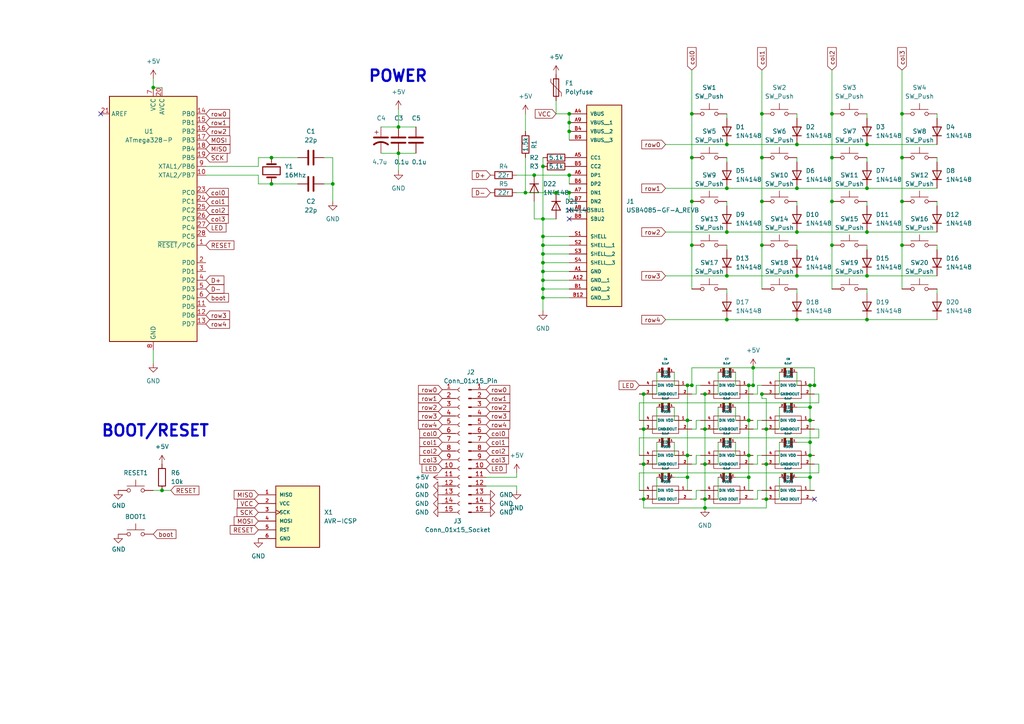
<source format=kicad_sch>
(kicad_sch (version 20230121) (generator eeschema)
  (paper "A4")
  (junction (at 96.52 53.34))
  (junction (at 234.95 121.92))
  (junction (at 218.44 106.68))
  (junction (at 234.95 128.27))
  (junction (at 261.62 58.42))
  (junction (at 241.3 33.02))
  (junction (at 204.47 134.62))
  (junction (at 200.66 71.12))
  (junction (at 241.3 58.42))
  (junction (at 210.82 41.91))
  (junction (at 115.57 44.45))
  (junction (at 234.95 138.43))
  (junction (at 157.48 81.28))
  (junction (at 261.62 71.12))
  (junction (at 220.98 71.12))
  (junction (at 220.98 114.3))
  (junction (at 234.95 118.11))
  (junction (at 204.47 124.46))
  (junction (at 222.25 124.46))
  (junction (at 157.48 78.74))
  (junction (at 44.45 25.4))
  (junction (at 251.46 80.01))
  (junction (at 199.39 138.43))
  (junction (at 251.46 92.71))
  (junction (at 251.46 54.61))
  (junction (at 199.39 121.92))
  (junction (at 236.22 111.76))
  (junction (at 46.99 142.24))
  (junction (at 78.74 45.72))
  (junction (at 220.98 45.72))
  (junction (at 241.3 71.12))
  (junction (at 161.29 55.88))
  (junction (at 210.82 54.61))
  (junction (at 220.98 58.42))
  (junction (at 231.14 92.71))
  (junction (at 200.66 33.02))
  (junction (at 165.1 33.02))
  (junction (at 186.69 144.78))
  (junction (at 157.48 83.82))
  (junction (at 204.47 114.3))
  (junction (at 210.82 80.01))
  (junction (at 234.95 111.76))
  (junction (at 165.1 38.1))
  (junction (at 152.4 55.88))
  (junction (at 200.66 111.76))
  (junction (at 157.48 73.66))
  (junction (at 157.48 68.58))
  (junction (at 204.47 147.32))
  (junction (at 199.39 111.76))
  (junction (at 165.1 50.8))
  (junction (at 157.48 76.2))
  (junction (at 199.39 132.08))
  (junction (at 210.82 92.71))
  (junction (at 261.62 45.72))
  (junction (at 154.94 50.8))
  (junction (at 231.14 54.61))
  (junction (at 222.25 134.62))
  (junction (at 204.47 144.78))
  (junction (at 217.17 132.08))
  (junction (at 261.62 33.02))
  (junction (at 186.69 124.46))
  (junction (at 186.69 114.3))
  (junction (at 217.17 111.76))
  (junction (at 210.82 67.31))
  (junction (at 217.17 121.92))
  (junction (at 165.1 55.88))
  (junction (at 115.57 36.83))
  (junction (at 231.14 80.01))
  (junction (at 200.66 45.72))
  (junction (at 165.1 35.56))
  (junction (at 220.98 33.02))
  (junction (at 186.69 134.62))
  (junction (at 251.46 41.91))
  (junction (at 157.48 63.5))
  (junction (at 231.14 67.31))
  (junction (at 157.48 86.36))
  (junction (at 231.14 41.91))
  (junction (at 218.44 111.76))
  (junction (at 157.48 71.12))
  (junction (at 222.25 144.78))
  (junction (at 200.66 58.42))
  (junction (at 234.95 132.08))
  (junction (at 78.74 53.34))
  (junction (at 157.48 48.26))
  (junction (at 251.46 67.31))
  (junction (at 217.17 138.43))
  (junction (at 241.3 45.72))
  (no_connect (at 165.1 60.96))
  (no_connect (at 29.21 33.02))
  (no_connect (at 165.1 63.5))
  (no_connect (at 236.22 144.78))
  (wire (pts (xy 140.97 140.97) (xy 149.86 140.97)))
  (wire (pts (xy 199.39 138.43) (xy 199.39 142.24)))
  (wire (pts (xy 201.93 132.08) (xy 203.2 132.08)))
  (wire (pts (xy 93.98 53.34) (xy 96.52 53.34)))
  (wire (pts (xy 219.71 132.08) (xy 220.98 132.08)))
  (wire (pts (xy 220.98 134.62) (xy 222.25 134.62)))
  (wire (pts (xy 213.36 121.92) (xy 217.17 121.92)))
  (wire (pts (xy 200.66 45.72) (xy 200.66 58.42)))
  (wire (pts (xy 186.69 147.32) (xy 186.69 144.78)))
  (wire (pts (xy 157.48 76.2) (xy 157.48 73.66)))
  (wire (pts (xy 157.48 81.28) (xy 157.48 78.74)))
  (wire (pts (xy 222.25 124.46) (xy 222.25 134.62)))
  (wire (pts (xy 220.98 114.3) (xy 220.98 115.57)))
  (wire (pts (xy 210.82 41.91) (xy 231.14 41.91)))
  (wire (pts (xy 165.1 55.88) (xy 165.1 58.42)))
  (wire (pts (xy 74.93 48.26) (xy 59.69 48.26)))
  (wire (pts (xy 154.94 63.5) (xy 154.94 58.42)))
  (wire (pts (xy 231.14 71.12) (xy 231.14 72.39)))
  (wire (pts (xy 236.22 121.92) (xy 234.95 121.92)))
  (wire (pts (xy 152.4 55.88) (xy 161.29 55.88)))
  (wire (pts (xy 208.28 114.3) (xy 204.47 114.3)))
  (wire (pts (xy 185.42 137.16) (xy 237.49 137.16)))
  (wire (pts (xy 193.04 80.01) (xy 210.82 80.01)))
  (wire (pts (xy 231.14 111.76) (xy 234.95 111.76)))
  (wire (pts (xy 234.95 132.08) (xy 234.95 138.43)))
  (wire (pts (xy 157.48 71.12) (xy 157.48 68.58)))
  (wire (pts (xy 110.49 36.83) (xy 115.57 36.83)))
  (wire (pts (xy 222.25 134.62) (xy 222.25 144.78)))
  (wire (pts (xy 251.46 83.82) (xy 251.46 85.09)))
  (wire (pts (xy 231.14 128.27) (xy 234.95 128.27)))
  (wire (pts (xy 204.47 147.32) (xy 204.47 144.78)))
  (wire (pts (xy 157.48 68.58) (xy 165.1 68.58)))
  (wire (pts (xy 44.45 101.6) (xy 44.45 105.41)))
  (wire (pts (xy 231.14 54.61) (xy 251.46 54.61)))
  (wire (pts (xy 115.57 44.45) (xy 120.65 44.45)))
  (wire (pts (xy 218.44 134.62) (xy 219.71 134.62)))
  (wire (pts (xy 218.44 144.78) (xy 219.71 144.78)))
  (wire (pts (xy 46.99 142.24) (xy 49.53 142.24)))
  (wire (pts (xy 226.06 107.95) (xy 226.06 114.3)))
  (wire (pts (xy 200.66 106.68) (xy 200.66 111.76)))
  (wire (pts (xy 241.3 20.32) (xy 241.3 33.02)))
  (wire (pts (xy 271.78 45.72) (xy 271.78 46.99)))
  (wire (pts (xy 157.48 76.2) (xy 165.1 76.2)))
  (wire (pts (xy 251.46 92.71) (xy 271.78 92.71)))
  (wire (pts (xy 217.17 132.08) (xy 217.17 138.43)))
  (wire (pts (xy 234.95 128.27) (xy 234.95 132.08)))
  (wire (pts (xy 261.62 20.32) (xy 261.62 33.02)))
  (wire (pts (xy 190.5 138.43) (xy 190.5 144.78)))
  (wire (pts (xy 213.36 132.08) (xy 217.17 132.08)))
  (wire (pts (xy 217.17 121.92) (xy 217.17 111.76)))
  (wire (pts (xy 157.48 81.28) (xy 165.1 81.28)))
  (wire (pts (xy 199.39 132.08) (xy 199.39 138.43)))
  (wire (pts (xy 271.78 83.82) (xy 271.78 85.09)))
  (wire (pts (xy 200.66 134.62) (xy 201.93 134.62)))
  (wire (pts (xy 195.58 138.43) (xy 199.39 138.43)))
  (wire (pts (xy 190.5 107.95) (xy 190.5 114.3)))
  (wire (pts (xy 231.14 80.01) (xy 251.46 80.01)))
  (wire (pts (xy 204.47 114.3) (xy 204.47 124.46)))
  (wire (pts (xy 185.42 127) (xy 237.49 127)))
  (wire (pts (xy 218.44 124.46) (xy 219.71 124.46)))
  (wire (pts (xy 236.22 114.3) (xy 237.49 114.3)))
  (wire (pts (xy 190.5 114.3) (xy 186.69 114.3)))
  (wire (pts (xy 186.69 124.46) (xy 186.69 134.62)))
  (wire (pts (xy 149.86 55.88) (xy 152.4 55.88)))
  (wire (pts (xy 208.28 138.43) (xy 208.28 144.78)))
  (wire (pts (xy 185.42 114.3) (xy 186.69 114.3)))
  (wire (pts (xy 199.39 121.92) (xy 200.66 121.92)))
  (wire (pts (xy 200.66 142.24) (xy 199.39 142.24)))
  (wire (pts (xy 195.58 111.76) (xy 199.39 111.76)))
  (wire (pts (xy 234.95 132.08) (xy 236.22 132.08)))
  (wire (pts (xy 251.46 41.91) (xy 271.78 41.91)))
  (wire (pts (xy 217.17 138.43) (xy 217.17 142.24)))
  (wire (pts (xy 193.04 54.61) (xy 210.82 54.61)))
  (wire (pts (xy 219.71 142.24) (xy 220.98 142.24)))
  (wire (pts (xy 185.42 124.46) (xy 186.69 124.46)))
  (wire (pts (xy 220.98 115.57) (xy 222.25 115.57)))
  (wire (pts (xy 213.36 111.76) (xy 217.17 111.76)))
  (wire (pts (xy 203.2 124.46) (xy 204.47 124.46)))
  (wire (pts (xy 210.82 83.82) (xy 210.82 85.09)))
  (wire (pts (xy 210.82 54.61) (xy 231.14 54.61)))
  (wire (pts (xy 231.14 83.82) (xy 231.14 85.09)))
  (wire (pts (xy 165.1 35.56) (xy 165.1 38.1)))
  (wire (pts (xy 203.2 114.3) (xy 204.47 114.3)))
  (wire (pts (xy 218.44 142.24) (xy 217.17 142.24)))
  (wire (pts (xy 208.28 124.46) (xy 204.47 124.46)))
  (wire (pts (xy 222.25 144.78) (xy 220.98 144.78)))
  (wire (pts (xy 261.62 71.12) (xy 261.62 83.82)))
  (wire (pts (xy 59.69 50.8) (xy 74.93 50.8)))
  (wire (pts (xy 219.71 124.46) (xy 219.71 121.92)))
  (wire (pts (xy 149.86 50.8) (xy 154.94 50.8)))
  (wire (pts (xy 157.48 45.72) (xy 157.48 48.26)))
  (wire (pts (xy 200.66 132.08) (xy 199.39 132.08)))
  (wire (pts (xy 251.46 80.01) (xy 271.78 80.01)))
  (wire (pts (xy 195.58 121.92) (xy 199.39 121.92)))
  (wire (pts (xy 236.22 134.62) (xy 237.49 134.62)))
  (wire (pts (xy 226.06 138.43) (xy 226.06 144.78)))
  (wire (pts (xy 186.69 144.78) (xy 185.42 144.78)))
  (wire (pts (xy 193.04 67.31) (xy 210.82 67.31)))
  (wire (pts (xy 251.46 54.61) (xy 271.78 54.61)))
  (wire (pts (xy 219.71 121.92) (xy 220.98 121.92)))
  (wire (pts (xy 161.29 55.88) (xy 165.1 55.88)))
  (wire (pts (xy 251.46 71.12) (xy 251.46 72.39)))
  (wire (pts (xy 218.44 106.68) (xy 218.44 111.76)))
  (wire (pts (xy 210.82 45.72) (xy 210.82 46.99)))
  (wire (pts (xy 236.22 106.68) (xy 236.22 111.76)))
  (wire (pts (xy 157.48 78.74) (xy 165.1 78.74)))
  (wire (pts (xy 96.52 45.72) (xy 96.52 53.34)))
  (wire (pts (xy 213.36 128.27) (xy 213.36 132.08)))
  (wire (pts (xy 110.49 44.45) (xy 115.57 44.45)))
  (wire (pts (xy 195.58 118.11) (xy 195.58 121.92)))
  (wire (pts (xy 218.44 132.08) (xy 217.17 132.08)))
  (wire (pts (xy 165.1 50.8) (xy 165.1 53.34)))
  (wire (pts (xy 210.82 33.02) (xy 210.82 34.29)))
  (wire (pts (xy 226.06 124.46) (xy 222.25 124.46)))
  (wire (pts (xy 195.58 107.95) (xy 195.58 111.76)))
  (wire (pts (xy 200.66 114.3) (xy 201.93 114.3)))
  (wire (pts (xy 204.47 134.62) (xy 204.47 144.78)))
  (wire (pts (xy 222.25 115.57) (xy 222.25 124.46)))
  (wire (pts (xy 236.22 142.24) (xy 234.95 142.24)))
  (wire (pts (xy 200.66 33.02) (xy 200.66 45.72)))
  (wire (pts (xy 271.78 71.12) (xy 271.78 72.39)))
  (wire (pts (xy 157.48 63.5) (xy 157.48 68.58)))
  (wire (pts (xy 157.48 83.82) (xy 157.48 81.28)))
  (wire (pts (xy 44.45 142.24) (xy 46.99 142.24)))
  (wire (pts (xy 218.44 114.3) (xy 219.71 114.3)))
  (wire (pts (xy 208.28 144.78) (xy 204.47 144.78)))
  (wire (pts (xy 208.28 128.27) (xy 208.28 134.62)))
  (wire (pts (xy 241.3 58.42) (xy 241.3 71.12)))
  (wire (pts (xy 213.36 138.43) (xy 217.17 138.43)))
  (wire (pts (xy 93.98 45.72) (xy 96.52 45.72)))
  (wire (pts (xy 220.98 124.46) (xy 222.25 124.46)))
  (wire (pts (xy 165.1 33.02) (xy 165.1 35.56)))
  (wire (pts (xy 74.93 53.34) (xy 78.74 53.34)))
  (wire (pts (xy 157.48 48.26) (xy 157.48 63.5)))
  (wire (pts (xy 231.14 138.43) (xy 234.95 138.43)))
  (wire (pts (xy 231.14 41.91) (xy 251.46 41.91)))
  (wire (pts (xy 201.93 124.46) (xy 201.93 121.92)))
  (wire (pts (xy 185.42 116.84) (xy 185.42 121.92)))
  (wire (pts (xy 157.48 86.36) (xy 157.48 83.82)))
  (wire (pts (xy 204.47 144.78) (xy 203.2 144.78)))
  (wire (pts (xy 241.3 33.02) (xy 241.3 45.72)))
  (wire (pts (xy 200.66 124.46) (xy 201.93 124.46)))
  (wire (pts (xy 210.82 58.42) (xy 210.82 59.69)))
  (wire (pts (xy 157.48 63.5) (xy 161.29 63.5)))
  (wire (pts (xy 237.49 134.62) (xy 237.49 137.16)))
  (wire (pts (xy 96.52 53.34) (xy 96.52 58.42)))
  (wire (pts (xy 219.71 111.76) (xy 220.98 111.76)))
  (wire (pts (xy 231.14 67.31) (xy 251.46 67.31)))
  (wire (pts (xy 74.93 45.72) (xy 74.93 48.26)))
  (wire (pts (xy 251.46 67.31) (xy 271.78 67.31)))
  (wire (pts (xy 157.48 63.5) (xy 154.94 63.5)))
  (wire (pts (xy 231.14 92.71) (xy 251.46 92.71)))
  (wire (pts (xy 161.29 29.21) (xy 161.29 33.02)))
  (wire (pts (xy 140.97 138.43) (xy 149.86 138.43)))
  (wire (pts (xy 234.95 111.76) (xy 236.22 111.76)))
  (wire (pts (xy 44.45 25.4) (xy 46.99 25.4)))
  (wire (pts (xy 44.45 22.86) (xy 44.45 25.4)))
  (wire (pts (xy 271.78 33.02) (xy 271.78 34.29)))
  (wire (pts (xy 226.06 134.62) (xy 222.25 134.62)))
  (wire (pts (xy 186.69 134.62) (xy 186.69 144.78)))
  (wire (pts (xy 157.48 90.17) (xy 157.48 86.36)))
  (wire (pts (xy 115.57 44.45) (xy 115.57 49.53)))
  (wire (pts (xy 251.46 45.72) (xy 251.46 46.99)))
  (wire (pts (xy 220.98 71.12) (xy 220.98 83.82)))
  (wire (pts (xy 115.57 36.83) (xy 120.65 36.83)))
  (wire (pts (xy 208.28 134.62) (xy 204.47 134.62)))
  (wire (pts (xy 234.95 121.92) (xy 234.95 128.27)))
  (wire (pts (xy 200.66 71.12) (xy 200.66 83.82)))
  (wire (pts (xy 165.1 33.02) (xy 161.29 33.02)))
  (wire (pts (xy 226.06 144.78) (xy 222.25 144.78)))
  (wire (pts (xy 271.78 58.42) (xy 271.78 59.69)))
  (wire (pts (xy 237.49 114.3) (xy 237.49 116.84)))
  (wire (pts (xy 195.58 128.27) (xy 195.58 132.08)))
  (wire (pts (xy 210.82 71.12) (xy 210.82 72.39)))
  (wire (pts (xy 74.93 50.8) (xy 74.93 53.34)))
  (wire (pts (xy 222.25 144.78) (xy 222.25 147.32)))
  (wire (pts (xy 210.82 92.71) (xy 231.14 92.71)))
  (wire (pts (xy 222.25 147.32) (xy 204.47 147.32)))
  (wire (pts (xy 78.74 45.72) (xy 86.36 45.72)))
  (wire (pts (xy 154.94 50.8) (xy 165.1 50.8)))
  (wire (pts (xy 201.93 121.92) (xy 203.2 121.92)))
  (wire (pts (xy 185.42 116.84) (xy 237.49 116.84)))
  (wire (pts (xy 78.74 45.72) (xy 74.93 45.72)))
  (wire (pts (xy 236.22 124.46) (xy 237.49 124.46)))
  (wire (pts (xy 234.95 138.43) (xy 234.95 142.24)))
  (wire (pts (xy 220.98 33.02) (xy 220.98 45.72)))
  (wire (pts (xy 236.22 106.68) (xy 218.44 106.68)))
  (wire (pts (xy 226.06 128.27) (xy 226.06 134.62)))
  (wire (pts (xy 219.71 134.62) (xy 219.71 132.08)))
  (wire (pts (xy 157.48 86.36) (xy 165.1 86.36)))
  (wire (pts (xy 149.86 137.16) (xy 149.86 138.43)))
  (wire (pts (xy 213.36 118.11) (xy 213.36 121.92)))
  (wire (pts (xy 217.17 132.08) (xy 217.17 121.92)))
  (wire (pts (xy 157.48 73.66) (xy 165.1 73.66)))
  (wire (pts (xy 251.46 58.42) (xy 251.46 59.69)))
  (wire (pts (xy 219.71 144.78) (xy 219.71 142.24)))
  (wire (pts (xy 241.3 45.72) (xy 241.3 58.42)))
  (wire (pts (xy 201.93 144.78) (xy 201.93 142.24)))
  (wire (pts (xy 208.28 118.11) (xy 208.28 124.46)))
  (wire (pts (xy 186.69 114.3) (xy 186.69 124.46)))
  (wire (pts (xy 200.66 106.68) (xy 218.44 106.68)))
  (wire (pts (xy 157.48 73.66) (xy 157.48 71.12)))
  (wire (pts (xy 190.5 124.46) (xy 186.69 124.46)))
  (wire (pts (xy 261.62 45.72) (xy 261.62 58.42)))
  (wire (pts (xy 185.42 137.16) (xy 185.42 142.24)))
  (wire (pts (xy 193.04 41.91) (xy 210.82 41.91)))
  (wire (pts (xy 210.82 80.01) (xy 231.14 80.01)))
  (wire (pts (xy 200.66 58.42) (xy 200.66 71.12)))
  (wire (pts (xy 190.5 128.27) (xy 190.5 134.62)))
  (wire (pts (xy 199.39 132.08) (xy 199.39 121.92)))
  (wire (pts (xy 199.39 111.76) (xy 200.66 111.76)))
  (wire (pts (xy 241.3 71.12) (xy 241.3 83.82)))
  (wire (pts (xy 213.36 107.95) (xy 213.36 111.76)))
  (wire (pts (xy 234.95 121.92) (xy 234.95 118.11)))
  (wire (pts (xy 220.98 58.42) (xy 220.98 71.12)))
  (wire (pts (xy 195.58 132.08) (xy 199.39 132.08)))
  (wire (pts (xy 201.93 111.76) (xy 203.2 111.76)))
  (wire (pts (xy 201.93 134.62) (xy 201.93 132.08)))
  (wire (pts (xy 208.28 107.95) (xy 208.28 114.3)))
  (wire (pts (xy 231.14 58.42) (xy 231.14 59.69)))
  (wire (pts (xy 199.39 121.92) (xy 199.39 111.76)))
  (wire (pts (xy 204.47 124.46) (xy 204.47 134.62)))
  (wire (pts (xy 186.69 134.62) (xy 185.42 134.62)))
  (wire (pts (xy 200.66 20.32) (xy 200.66 33.02)))
  (wire (pts (xy 115.57 31.75) (xy 115.57 36.83)))
  (wire (pts (xy 190.5 144.78) (xy 186.69 144.78)))
  (wire (pts (xy 231.14 118.11) (xy 234.95 118.11)))
  (wire (pts (xy 231.14 33.02) (xy 231.14 34.29)))
  (wire (pts (xy 185.42 127) (xy 185.42 132.08)))
  (wire (pts (xy 200.66 144.78) (xy 201.93 144.78)))
  (wire (pts (xy 234.95 118.11) (xy 234.95 111.76)))
  (wire (pts (xy 190.5 134.62) (xy 186.69 134.62)))
  (wire (pts (xy 78.74 53.34) (xy 86.36 53.34)))
  (wire (pts (xy 217.17 111.76) (xy 218.44 111.76)))
  (wire (pts (xy 201.93 114.3) (xy 201.93 111.76)))
  (wire (pts (xy 193.04 92.71) (xy 210.82 92.71)))
  (wire (pts (xy 231.14 45.72) (xy 231.14 46.99)))
  (wire (pts (xy 226.06 114.3) (xy 220.98 114.3)))
  (wire (pts (xy 157.48 78.74) (xy 157.48 76.2)))
  (wire (pts (xy 203.2 134.62) (xy 204.47 134.62)))
  (wire (pts (xy 237.49 124.46) (xy 237.49 127)))
  (wire (pts (xy 190.5 118.11) (xy 190.5 124.46)))
  (wire (pts (xy 251.46 33.02) (xy 251.46 34.29)))
  (wire (pts (xy 152.4 38.1) (xy 152.4 33.02)))
  (wire (pts (xy 231.14 107.95) (xy 231.14 111.76)))
  (wire (pts (xy 157.48 71.12) (xy 165.1 71.12)))
  (wire (pts (xy 165.1 38.1) (xy 165.1 40.64)))
  (wire (pts (xy 152.4 45.72) (xy 152.4 55.88)))
  (wire (pts (xy 204.47 147.32) (xy 186.69 147.32)))
  (wire (pts (xy 226.06 118.11) (xy 226.06 124.46)))
  (wire (pts (xy 217.17 121.92) (xy 218.44 121.92)))
  (wire (pts (xy 157.48 83.82) (xy 165.1 83.82)))
  (wire (pts (xy 220.98 45.72) (xy 220.98 58.42)))
  (wire (pts (xy 219.71 114.3) (xy 219.71 111.76)))
  (wire (pts (xy 261.62 58.42) (xy 261.62 71.12)))
  (wire (pts (xy 261.62 33.02) (xy 261.62 45.72)))
  (wire (pts (xy 149.86 140.97) (xy 149.86 142.24)))
  (wire (pts (xy 220.98 20.32) (xy 220.98 33.02)))
  (wire (pts (xy 210.82 67.31) (xy 231.14 67.31)))
  (wire (pts (xy 201.93 142.24) (xy 203.2 142.24)))
  (text "BOOT/RESET" (at 29.21 127 0) (effects (font (size 3.27 3.27) (thickness 0.654) bold) (justify left bottom)))
  (text "POWER" (at 106.68 24.13 0) (effects (font (size 3.27 3.27) bold) (justify left bottom)))
  (global_label "MISO" (shape input) (at 59.69 43.18 0) (property "Intersheetrefs" "${INTERSHEET_REFS}" (effects hide)))
  (global_label "boot" (shape input) (at 59.69 86.36 0) (property "Intersheetrefs" "${INTERSHEET_REFS}" (effects hide)))
  (global_label "col0" (shape input) (at 128.27 125.73 180) (property "Intersheetrefs" "${INTERSHEET_REFS}" (effects hide)))
  (global_label "LED" (shape input) (at 59.69 66.04 0) (property "Intersheetrefs" "${INTERSHEET_REFS}" (effects hide)))
  (global_label "RESET" (shape input) (at 59.69 71.12 0) (property "Intersheetrefs" "${INTERSHEET_REFS}" (effects hide)))
  (global_label "row1" (shape input) (at 193.04 54.61 180) (property "Intersheetrefs" "${INTERSHEET_REFS}" (effects hide)))
  (global_label "row3" (shape input) (at 140.97 120.65 0) (property "Intersheetrefs" "${INTERSHEET_REFS}" (effects hide)))
  (global_label "row1" (shape input) (at 128.27 115.57 180) (property "Intersheetrefs" "${INTERSHEET_REFS}" (effects hide)))
  (global_label "row4" (shape input) (at 59.69 93.98 0) (property "Intersheetrefs" "${INTERSHEET_REFS}" (effects hide)))
  (global_label "MOSI" (shape input) (at 74.93 151.13 180) (property "Intersheetrefs" "${INTERSHEET_REFS}" (effects hide)))
  (global_label "D+" (shape input) (at 142.24 50.8 180) (property "Intersheetrefs" "${INTERSHEET_REFS}" (effects hide)))
  (global_label "row2" (shape input) (at 193.04 67.31 180) (property "Intersheetrefs" "${INTERSHEET_REFS}" (effects hide)))
  (global_label "row2" (shape input) (at 140.97 118.11 0) (property "Intersheetrefs" "${INTERSHEET_REFS}" (effects hide)))
  (global_label "col2" (shape input) (at 128.27 130.81 180) (property "Intersheetrefs" "${INTERSHEET_REFS}" (effects hide)))
  (global_label "LED" (shape input) (at 140.97 135.89 0) (property "Intersheetrefs" "${INTERSHEET_REFS}" (effects hide)))
  (global_label "row4" (shape input) (at 128.27 123.19 180) (property "Intersheetrefs" "${INTERSHEET_REFS}" (effects hide)))
  (global_label "col2" (shape input) (at 59.69 60.96 0) (property "Intersheetrefs" "${INTERSHEET_REFS}" (effects hide)))
  (global_label "row1" (shape input) (at 140.97 115.57 0) (property "Intersheetrefs" "${INTERSHEET_REFS}" (effects hide)))
  (global_label "SCK" (shape input) (at 59.69 45.72 0) (property "Intersheetrefs" "${INTERSHEET_REFS}" (effects hide)))
  (global_label "row4" (shape input) (at 140.97 123.19 0) (property "Intersheetrefs" "${INTERSHEET_REFS}" (effects hide)))
  (global_label "boot" (shape input) (at 44.45 154.94 0) (property "Intersheetrefs" "${INTERSHEET_REFS}" (effects hide)))
  (global_label "col2" (shape input) (at 140.97 130.81 0) (property "Intersheetrefs" "${INTERSHEET_REFS}" (effects hide)))
  (global_label "VCC" (shape input) (at 74.93 146.05 180) (property "Intersheetrefs" "${INTERSHEET_REFS}" (effects hide)))
  (global_label "col0" (shape input) (at 200.66 20.32 90) (property "Intersheetrefs" "${INTERSHEET_REFS}" (effects hide)))
  (global_label "D-" (shape input) (at 142.24 55.88 180) (property "Intersheetrefs" "${INTERSHEET_REFS}" (effects hide)))
  (global_label "col0" (shape input) (at 140.97 125.73 0) (property "Intersheetrefs" "${INTERSHEET_REFS}" (effects hide)))
  (global_label "SCK" (shape input) (at 74.93 148.59 180) (property "Intersheetrefs" "${INTERSHEET_REFS}" (effects hide)))
  (global_label "row2" (shape input) (at 59.69 38.1 0) (property "Intersheetrefs" "${INTERSHEET_REFS}" (effects hide)))
  (global_label "row1" (shape input) (at 59.69 35.56 0) (property "Intersheetrefs" "${INTERSHEET_REFS}" (effects hide)))
  (global_label "row0" (shape input) (at 128.27 113.03 180) (property "Intersheetrefs" "${INTERSHEET_REFS}" (effects hide)))
  (global_label "VCC" (shape input) (at 161.29 33.02 180) (property "Intersheetrefs" "${INTERSHEET_REFS}" (effects hide)))
  (global_label "col3" (shape input) (at 140.97 133.35 0) (property "Intersheetrefs" "${INTERSHEET_REFS}" (effects hide)))
  (global_label "col1" (shape input) (at 128.27 128.27 180) (property "Intersheetrefs" "${INTERSHEET_REFS}" (effects hide)))
  (global_label "col3" (shape input) (at 128.27 133.35 180) (property "Intersheetrefs" "${INTERSHEET_REFS}" (effects hide)))
  (global_label "D+" (shape input) (at 59.69 81.28 0) (property "Intersheetrefs" "${INTERSHEET_REFS}" (effects hide)))
  (global_label "LED" (shape input) (at 185.42 111.76 180) (property "Intersheetrefs" "${INTERSHEET_REFS}" (effects hide)))
  (global_label "MISO" (shape input) (at 74.93 143.51 180) (property "Intersheetrefs" "${INTERSHEET_REFS}" (effects hide)))
  (global_label "D-" (shape input) (at 59.69 83.82 0) (property "Intersheetrefs" "${INTERSHEET_REFS}" (effects hide)))
  (global_label "col2" (shape input) (at 241.3 20.32 90) (property "Intersheetrefs" "${INTERSHEET_REFS}" (effects hide)))
  (global_label "row0" (shape input) (at 193.04 41.91 180) (property "Intersheetrefs" "${INTERSHEET_REFS}" (effects hide)))
  (global_label "row3" (shape input) (at 128.27 120.65 180) (property "Intersheetrefs" "${INTERSHEET_REFS}" (effects hide)))
  (global_label "col3" (shape input) (at 261.62 20.32 90) (property "Intersheetrefs" "${INTERSHEET_REFS}" (effects hide)))
  (global_label "col3" (shape input) (at 59.69 63.5 0) (property "Intersheetrefs" "${INTERSHEET_REFS}" (effects hide)))
  (global_label "row0" (shape input) (at 140.97 113.03 0) (property "Intersheetrefs" "${INTERSHEET_REFS}" (effects hide)))
  (global_label "row4" (shape input) (at 193.04 92.71 180) (property "Intersheetrefs" "${INTERSHEET_REFS}" (effects hide)))
  (global_label "col1" (shape input) (at 220.98 20.32 90) (property "Intersheetrefs" "${INTERSHEET_REFS}" (effects hide)))
  (global_label "RESET" (shape input) (at 74.93 153.67 180) (property "Intersheetrefs" "${INTERSHEET_REFS}" (effects hide)))
  (global_label "col0" (shape input) (at 59.69 55.88 0) (property "Intersheetrefs" "${INTERSHEET_REFS}" (effects hide)))
  (global_label "MOSI" (shape input) (at 59.69 40.64 0) (property "Intersheetrefs" "${INTERSHEET_REFS}" (effects hide)))
  (global_label "col1" (shape input) (at 140.97 128.27 0) (property "Intersheetrefs" "${INTERSHEET_REFS}" (effects hide)))
  (global_label "LED" (shape input) (at 128.27 135.89 180) (property "Intersheetrefs" "${INTERSHEET_REFS}" (effects hide)))
  (global_label "col1" (shape input) (at 59.69 58.42 0) (property "Intersheetrefs" "${INTERSHEET_REFS}" (effects hide)))
  (global_label "RESET" (shape input) (at 49.53 142.24 0) (property "Intersheetrefs" "${INTERSHEET_REFS}" (effects hide)))
  (global_label "row3" (shape input) (at 59.69 91.44 0) (property "Intersheetrefs" "${INTERSHEET_REFS}" (effects hide)))
  (global_label "row2" (shape input) (at 128.27 118.11 180) (property "Intersheetrefs" "${INTERSHEET_REFS}" (effects hide)))
  (global_label "row0" (shape input) (at 59.69 33.02 0) (property "Intersheetrefs" "${INTERSHEET_REFS}" (effects hide)))
  (global_label "row3" (shape input) (at 193.04 80.01 180) (property "Intersheetrefs" "${INTERSHEET_REFS}" (effects hide)))
  (symbol (lib_id "power:GND") (at 128.27 148.59 270) (unit 1)
    (property "Reference" "#PWR020" (effects hide))
    (property "Value" "GND" (at 124.46 148.59 90) (effects (justify right)))
  )
  (symbol (lib_id "Connector:Conn_01x15_Socket") (at 133.35 130.81 0) (unit 1)
    (property "Reference" "J3" (at 132.715 151.13 0))
    (property "Value" "Conn_01x15_Socket" (at 132.715 153.67 0))
    (property "Footprint" "Connector_PinHeader_2.54mm:PinHeader_1x15_P2.54mm_Vertical" (effects hide))
  )
  (symbol (lib_id "Device:C") (at 115.57 40.64 0) (unit 1)
    (property "Reference" "C3" (at 114.3 34.29 0) (effects (justify left)))
    (property "Value" "0.1u" (at 114.3 46.99 0) (effects (justify left)))
    (property "Footprint" "Capacitor_THT:C_Disc_D3.0mm_W2.0mm_P2.50mm" (effects hide))
  )
  (symbol (lib_id "Diode:1N4148") (at 271.78 76.2 90) (unit 1)
    (property "Reference" "D16" (at 274.32 74.93 90) (effects (justify right)))
    (property "Value" "1N4148" (at 274.32 77.47 90) (effects (justify right)))
    (property "Footprint" "Diode_SMD:D_SOD-123" (effects hide))
    (property "Datasheet" "https://assets.nexperia.com/documents/data-sheet/1N4148_1N4448.pdf" (effects hide))
    (property "Sim.Device" "D" (effects hide))
    (property "Sim.Pins" "1=K 2=A" (effects hide))
  )
  (symbol (lib_id "Switch:SW_Push") (at 205.74 58.42 0) (unit 1)
    (property "Reference" "SW9" (at 205.74 50.8 0))
    (property "Value" "SW_Push" (at 205.74 53.34 0))
    (property "Footprint" "Button_Switch_Keyboard:SW_Cherry_MX_1.00u_PCB" (effects hide))
  )
  (symbol (lib_id "power:GND") (at 149.86 142.24 0) (unit 1)
    (property "Reference" "#PWR015" (effects hide))
    (property "Value" "GND" (at 149.86 147.32 0))
  )
  (symbol (lib_id "4960_neopixel:4960") (at 247.65 111.76 0) (mirror y) (unit 1)
    (property "Reference" "LED3" (at 228.6 107.95 0) (effects (font (size 0.75 0.75))))
    (property "Value" "4960" (at 228.6 109.22 0) (effects (font (size 0.75 0.75))))
    (property "Footprint" "4960_ADA:4960_ADA" (effects hide))
    (property "Datasheet" "4960" (effects hide))
  )
  (symbol (lib_id "power:GND") (at 140.97 143.51 90) (unit 1)
    (property "Reference" "#PWR023" (effects hide))
    (property "Value" "GND" (at 144.78 143.51 90) (effects (justify right)))
  )
  (symbol (lib_id "Diode:1N4148") (at 210.82 38.1 90) (unit 1)
    (property "Reference" "D1" (at 213.36 36.83 90) (effects (justify right)))
    (property "Value" "1N4148" (at 213.36 39.37 90) (effects (justify right)))
    (property "Footprint" "Diode_SMD:D_SOD-123" (effects hide))
    (property "Datasheet" "https://assets.nexperia.com/documents/data-sheet/1N4148_1N4448.pdf" (effects hide))
    (property "Sim.Device" "D" (effects hide))
    (property "Sim.Pins" "1=K 2=A" (effects hide))
  )
  (symbol (lib_id "Snapeda_kicad_sym:CL21B103KBANNNC") (at 191.77 138.43 0) (unit 1)
    (property "Reference" "C17" (at 193.04 134.62 0) (effects (font (size 0.5 0.5))))
    (property "Value" "0.1uF" (at 193.04 135.89 0) (effects (font (size 0.5 0.5))))
    (property "Footprint" "Snapeda:CL21B103KBANNNC_CAPC2012X140N" (effects hide))
  )
  (symbol (lib_id "power:GND") (at 44.45 105.41 0) (unit 1)
    (property "Reference" "#PWR07" (effects hide))
    (property "Value" "GND" (at 44.45 110.49 0))
  )
  (symbol (lib_id "4960_neopixel:4960") (at 247.65 121.92 0) (mirror y) (unit 1)
    (property "Reference" "LED6" (at 228.6 118.11 0) (effects (font (size 0.75 0.75))))
    (property "Value" "4960" (at 228.6 119.38 0) (effects (font (size 0.75 0.75))))
    (property "Footprint" "4960_ADA:4960_ADA" (effects hide))
    (property "Datasheet" "4960" (effects hide))
  )
  (symbol (lib_id "power:+5V") (at 46.99 134.62 0) (unit 1)
    (property "Reference" "#PWR011" (effects hide))
    (property "Value" "+5V" (at 46.99 129.54 0))
  )
  (symbol (lib_id "Device:C") (at 120.65 40.64 0) (unit 1)
    (property "Reference" "C5" (at 119.38 34.29 0) (effects (justify left)))
    (property "Value" "0.1u" (at 119.38 46.99 0) (effects (justify left)))
    (property "Footprint" "Capacitor_THT:C_Disc_D3.0mm_W2.0mm_P2.50mm" (effects hide))
  )
  (symbol (lib_id "Snapeda_kicad_sym:CL21B103KBANNNC") (at 209.55 128.27 0) (unit 1)
    (property "Reference" "C13" (at 210.82 124.46 0) (effects (font (size 0.5 0.5))))
    (property "Value" "0.1uF" (at 210.82 125.73 0) (effects (font (size 0.5 0.5))))
    (property "Footprint" "Snapeda:CL21B103KBANNNC_CAPC2012X140N" (effects hide))
  )
  (symbol (lib_id "Snapeda_kicad_sym:CL21B103KBANNNC") (at 209.55 138.43 0) (unit 1)
    (property "Reference" "C16" (at 210.82 134.62 0) (effects (font (size 0.5 0.5))))
    (property "Value" "0.1uF" (at 210.82 135.89 0) (effects (font (size 0.5 0.5))))
    (property "Footprint" "Snapeda:CL21B103KBANNNC_CAPC2012X140N" (effects hide))
  )
  (symbol (lib_id "Diode:1N4148") (at 251.46 50.8 90) (unit 1)
    (property "Reference" "D7" (at 254 49.53 90) (effects (justify right)))
    (property "Value" "1N4148" (at 254 52.07 90) (effects (justify right)))
    (property "Footprint" "Diode_SMD:D_SOD-123" (effects hide))
    (property "Datasheet" "https://assets.nexperia.com/documents/data-sheet/1N4148_1N4448.pdf" (effects hide))
    (property "Sim.Device" "D" (effects hide))
    (property "Sim.Pins" "1=K 2=A" (effects hide))
  )
  (symbol (lib_id "Diode:1N4148") (at 210.82 76.2 90) (unit 1)
    (property "Reference" "D13" (at 213.36 74.93 90) (effects (justify right)))
    (property "Value" "1N4148" (at 213.36 77.47 90) (effects (justify right)))
    (property "Footprint" "Diode_SMD:D_SOD-123" (effects hide))
    (property "Datasheet" "https://assets.nexperia.com/documents/data-sheet/1N4148_1N4448.pdf" (effects hide))
    (property "Sim.Device" "D" (effects hide))
    (property "Sim.Pins" "1=K 2=A" (effects hide))
  )
  (symbol (lib_id "power:GND") (at 204.47 147.32 0) (unit 1)
    (property "Reference" "#PWR08" (effects hide))
    (property "Value" "GND" (at 204.47 152.4 0))
  )
  (symbol (lib_id "Diode:1N4148") (at 251.46 63.5 90) (unit 1)
    (property "Reference" "D11" (at 254 62.23 90) (effects (justify right)))
    (property "Value" "1N4148" (at 254 64.77 90) (effects (justify right)))
    (property "Footprint" "Diode_SMD:D_SOD-123" (effects hide))
    (property "Datasheet" "https://assets.nexperia.com/documents/data-sheet/1N4148_1N4448.pdf" (effects hide))
    (property "Sim.Device" "D" (effects hide))
    (property "Sim.Pins" "1=K 2=A" (effects hide))
  )
  (symbol (lib_id "Switch:SW_Push") (at 266.7 33.02 0) (unit 1)
    (property "Reference" "SW4" (at 266.7 25.4 0))
    (property "Value" "SW_Push" (at 266.7 27.94 0))
    (property "Footprint" "Button_Switch_Keyboard:SW_Cherry_MX_1.00u_PCB" (effects hide))
  )
  (symbol (lib_id "power:GND") (at 74.93 156.21 0) (unit 1)
    (property "Reference" "#PWR024" (effects hide))
    (property "Value" "GND" (at 74.93 161.29 0))
  )
  (symbol (lib_id "Switch:SW_Push") (at 246.38 33.02 0) (unit 1)
    (property "Reference" "SW3" (at 246.38 25.4 0))
    (property "Value" "SW_Push" (at 246.38 27.94 0))
    (property "Footprint" "Button_Switch_Keyboard:SW_Cherry_MX_1.00u_PCB" (effects hide))
  )
  (symbol (lib_id "Diode:1N4148") (at 161.29 59.69 270) (unit 1)
    (property "Reference" "D21" (at 163.83 58.42 90) (effects (justify left)))
    (property "Value" "1N4148" (at 163.83 60.96 90) (effects (justify left)))
    (property "Footprint" "Diode_THT:D_DO-35_SOD27_P7.62mm_Horizontal" (effects hide))
    (property "Datasheet" "https://assets.nexperia.com/documents/data-sheet/1N4148_1N4448.pdf" (effects hide))
    (property "Sim.Device" "D" (effects hide))
    (property "Sim.Pins" "1=K 2=A" (effects hide))
  )
  (symbol (lib_id "4960_neopixel:4960") (at 212.09 142.24 0) (mirror y) (unit 1)
    (property "Reference" "LED10" (at 193.04 138.43 0) (effects (font (size 0.75 0.75))))
    (property "Value" "4960" (at 193.04 139.7 0) (effects (font (size 0.75 0.75))))
    (property "Footprint" "4960_ADA:4960_ADA" (effects hide))
    (property "Datasheet" "4960" (effects hide))
  )
  (symbol (lib_id "Diode:1N4148") (at 271.78 63.5 90) (unit 1)
    (property "Reference" "D12" (at 274.32 62.23 90) (effects (justify right)))
    (property "Value" "1N4148" (at 274.32 64.77 90) (effects (justify right)))
    (property "Footprint" "Diode_SMD:D_SOD-123" (effects hide))
    (property "Datasheet" "https://assets.nexperia.com/documents/data-sheet/1N4148_1N4448.pdf" (effects hide))
    (property "Sim.Device" "D" (effects hide))
    (property "Sim.Pins" "1=K 2=A" (effects hide))
  )
  (symbol (lib_id "Diode:1N4148") (at 210.82 88.9 90) (unit 1)
    (property "Reference" "D17" (at 213.36 87.63 90) (effects (justify right)))
    (property "Value" "1N4148" (at 213.36 90.17 90) (effects (justify right)))
    (property "Footprint" "Diode_SMD:D_SOD-123" (effects hide))
    (property "Datasheet" "https://assets.nexperia.com/documents/data-sheet/1N4148_1N4448.pdf" (effects hide))
    (property "Sim.Device" "D" (effects hide))
    (property "Sim.Pins" "1=K 2=A" (effects hide))
  )
  (symbol (lib_id "power:GND") (at 128.27 140.97 270) (unit 1)
    (property "Reference" "#PWR017" (effects hide))
    (property "Value" "GND" (at 124.46 140.97 90) (effects (justify right)))
  )
  (symbol (lib_id "Diode:1N4148") (at 210.82 63.5 90) (unit 1)
    (property "Reference" "D9" (at 213.36 62.23 90) (effects (justify right)))
    (property "Value" "1N4148" (at 213.36 64.77 90) (effects (justify right)))
    (property "Footprint" "Diode_SMD:D_SOD-123" (effects hide))
    (property "Datasheet" "https://assets.nexperia.com/documents/data-sheet/1N4148_1N4448.pdf" (effects hide))
    (property "Sim.Device" "D" (effects hide))
    (property "Sim.Pins" "1=K 2=A" (effects hide))
  )
  (symbol (lib_id "Snapeda_kicad_sym:CL21B103KBANNNC") (at 227.33 107.95 0) (unit 1)
    (property "Reference" "C8" (at 228.6 104.14 0) (effects (font (size 0.5 0.5))))
    (property "Value" "0.1uF" (at 228.6 105.41 0) (effects (font (size 0.5 0.5))))
    (property "Footprint" "Snapeda:CL21B103KBANNNC_CAPC2012X140N" (effects hide))
  )
  (symbol (lib_id "power:+5V") (at 161.29 21.59 0) (unit 1)
    (property "Reference" "#PWR01" (effects hide))
    (property "Value" "+5V" (at 161.29 16.51 0))
  )
  (symbol (lib_id "Snapeda_kicad_sym:CL21B103KBANNNC") (at 227.33 138.43 0) (unit 1)
    (property "Reference" "C15" (at 228.6 134.62 0) (effects (font (size 0.5 0.5))))
    (property "Value" "0.1uF" (at 228.6 135.89 0) (effects (font (size 0.5 0.5))))
    (property "Footprint" "Snapeda:CL21B103KBANNNC_CAPC2012X140N" (effects hide))
  )
  (symbol (lib_id "power:+5V") (at 149.86 137.16 0) (unit 1)
    (property "Reference" "#PWR014" (effects hide))
    (property "Value" "+5V" (at 149.86 132.08 0))
  )
  (symbol (lib_id "Diode:1N4148") (at 271.78 88.9 90) (unit 1)
    (property "Reference" "D20" (at 274.32 87.63 90) (effects (justify right)))
    (property "Value" "1N4148" (at 274.32 90.17 90) (effects (justify right)))
    (property "Footprint" "Diode_SMD:D_SOD-123" (effects hide))
    (property "Datasheet" "https://assets.nexperia.com/documents/data-sheet/1N4148_1N4448.pdf" (effects hide))
    (property "Sim.Device" "D" (effects hide))
    (property "Sim.Pins" "1=K 2=A" (effects hide))
  )
  (symbol (lib_id "Device:C") (at 90.17 53.34 90) (unit 1)
    (property "Reference" "C2" (at 90.17 58.42 90))
    (property "Value" "22p" (at 90.17 60.96 90))
    (property "Footprint" "Capacitor_THT:C_Disc_D4.3mm_W1.9mm_P5.00mm" (effects hide))
  )
  (symbol (lib_id "4960_neopixel:4960") (at 212.09 111.76 0) (mirror y) (unit 1)
    (property "Reference" "LED1" (at 193.04 107.95 0) (effects (font (size 0.75 0.75))))
    (property "Value" "4960" (at 193.04 109.22 0) (effects (font (size 0.75 0.75))))
    (property "Footprint" "4960_ADA:4960_ADA" (effects hide))
    (property "Datasheet" "4960" (effects hide))
  )
  (symbol (lib_id "4960_neopixel:4960") (at 229.87 142.24 0) (mirror y) (unit 1)
    (property "Reference" "LED11" (at 210.82 138.43 0) (effects (font (size 0.75 0.75))))
    (property "Value" "4960" (at 210.82 139.7 0) (effects (font (size 0.75 0.75))))
    (property "Footprint" "4960_ADA:4960_ADA" (effects hide))
    (property "Datasheet" "4960" (effects hide))
  )
  (symbol (lib_id "Diode:1N4148") (at 231.14 76.2 90) (unit 1)
    (property "Reference" "D14" (at 233.68 74.93 90) (effects (justify right)))
    (property "Value" "1N4148" (at 233.68 77.47 90) (effects (justify right)))
    (property "Footprint" "Diode_SMD:D_SOD-123" (effects hide))
    (property "Datasheet" "https://assets.nexperia.com/documents/data-sheet/1N4148_1N4448.pdf" (effects hide))
    (property "Sim.Device" "D" (effects hide))
    (property "Sim.Pins" "1=K 2=A" (effects hide))
  )
  (symbol (lib_id "Switch:SW_Push") (at 226.06 58.42 0) (unit 1)
    (property "Reference" "SW10" (at 226.06 50.8 0))
    (property "Value" "SW_Push" (at 226.06 53.34 0))
    (property "Footprint" "Button_Switch_Keyboard:SW_Cherry_MX_1.00u_PCB" (effects hide))
  )
  (symbol (lib_id "4960_neopixel:4960") (at 212.09 121.92 0) (mirror y) (unit 1)
    (property "Reference" "LED4" (at 193.04 118.11 0) (effects (font (size 0.75 0.75))))
    (property "Value" "4960" (at 193.04 119.38 0) (effects (font (size 0.75 0.75))))
    (property "Footprint" "4960_ADA:4960_ADA" (effects hide))
    (property "Datasheet" "4960" (effects hide))
  )
  (symbol (lib_id "Diode:1N4148") (at 210.82 50.8 90) (unit 1)
    (property "Reference" "D5" (at 213.36 49.53 90) (effects (justify right)))
    (property "Value" "1N4148" (at 213.36 52.07 90) (effects (justify right)))
    (property "Footprint" "Diode_SMD:D_SOD-123" (effects hide))
    (property "Datasheet" "https://assets.nexperia.com/documents/data-sheet/1N4148_1N4448.pdf" (effects hide))
    (property "Sim.Device" "D" (effects hide))
    (property "Sim.Pins" "1=K 2=A" (effects hide))
  )
  (symbol (lib_id "power:+5V") (at 218.44 106.68 0) (unit 1)
    (property "Reference" "#PWR06" (effects hide))
    (property "Value" "+5V" (at 218.44 101.6 0))
  )
  (symbol (lib_id "Switch:SW_Push") (at 266.7 71.12 0) (unit 1)
    (property "Reference" "SW16" (at 266.7 63.5 0))
    (property "Value" "SW_Push" (at 266.7 66.04 0))
    (property "Footprint" "Button_Switch_Keyboard:SW_Cherry_MX_1.00u_PCB" (effects hide))
  )
  (symbol (lib_id "Device:C") (at 90.17 45.72 90) (unit 1)
    (property "Reference" "C1" (at 90.17 38.1 90))
    (property "Value" "22p" (at 90.17 40.64 90))
    (property "Footprint" "Capacitor_THT:C_Disc_D4.3mm_W1.9mm_P5.00mm" (effects hide))
  )
  (symbol (lib_id "USB4085-GF-A_REVB:USB4085-GF-A_REVB") (at 175.26 48.26 0) (unit 1)
    (property "Reference" "J1" (at 181.61 58.42 0) (effects (justify left)))
    (property "Value" "USB4085-GF-A_REVB" (at 181.61 60.96 0) (effects (justify left)))
    (property "Footprint" "USB4085_GF_A:GCT_USB4085-GF-A_REVB" (effects hide))
    (property "PARTREV" "B" (effects hide))
    (property "STANDARD" "Manufacturer Recommendations" (effects hide))
    (property "SNAPEDA_PN" "USB4085-GF-A" (effects hide))
    (property "MAXIMUM_PACKAGE_HEIGHT" "3.16mm" (effects hide))
    (property "MANUFACTURER" "Global Connector Technology" (effects hide))
  )
  (symbol (lib_id "Diode:1N4148") (at 231.14 88.9 90) (unit 1)
    (property "Reference" "D18" (at 233.68 87.63 90) (effects (justify right)))
    (property "Value" "1N4148" (at 233.68 90.17 90) (effects (justify right)))
    (property "Footprint" "Diode_SMD:D_SOD-123" (effects hide))
    (property "Datasheet" "https://assets.nexperia.com/documents/data-sheet/1N4148_1N4448.pdf" (effects hide))
    (property "Sim.Device" "D" (effects hide))
    (property "Sim.Pins" "1=K 2=A" (effects hide))
  )
  (symbol (lib_id "Diode:1N4148") (at 271.78 50.8 90) (unit 1)
    (property "Reference" "D8" (at 274.32 49.53 90) (effects (justify right)))
    (property "Value" "1N4148" (at 274.32 52.07 90) (effects (justify right)))
    (property "Footprint" "Diode_SMD:D_SOD-123" (effects hide))
    (property "Datasheet" "https://assets.nexperia.com/documents/data-sheet/1N4148_1N4448.pdf" (effects hide))
    (property "Sim.Device" "D" (effects hide))
    (property "Sim.Pins" "1=K 2=A" (effects hide))
  )
  (symbol (lib_id "4960_neopixel:4960") (at 229.87 132.08 0) (mirror y) (unit 1)
    (property "Reference" "LED8" (at 210.82 128.27 0) (effects (font (size 0.75 0.75))))
    (property "Value" "4960" (at 210.82 129.54 0) (effects (font (size 0.75 0.75))))
    (property "Footprint" "4960_ADA:4960_ADA" (effects hide))
    (property "Datasheet" "4960" (effects hide))
  )
  (symbol (lib_id "power:GND") (at 34.29 154.94 0) (unit 1)
    (property "Reference" "#PWR013" (effects hide))
    (property "Value" "GND" (at 34.417 159.3342 0))
  )
  (symbol (lib_id "Snapeda_kicad_sym:CL21B103KBANNNC") (at 191.77 107.95 0) (unit 1)
    (property "Reference" "C6" (at 193.04 104.14 0) (effects (font (size 0.5 0.5))))
    (property "Value" "0.1uF" (at 193.04 105.41 0) (effects (font (size 0.5 0.5))))
    (property "Footprint" "Snapeda:CL21B103KBANNNC_CAPC2012X140N" (effects hide))
  )
  (symbol (lib_id "4960_neopixel:4960") (at 212.09 132.08 0) (mirror y) (unit 1)
    (property "Reference" "LED7" (at 193.04 128.27 0) (effects (font (size 0.75 0.75))))
    (property "Value" "4960" (at 193.04 129.54 0) (effects (font (size 0.75 0.75))))
    (property "Footprint" "4960_ADA:4960_ADA" (effects hide))
    (property "Datasheet" "4960" (effects hide))
  )
  (symbol (lib_id "Switch:SW_Push") (at 246.38 71.12 0) (unit 1)
    (property "Reference" "SW15" (at 246.38 63.5 0))
    (property "Value" "SW_Push" (at 246.38 66.04 0))
    (property "Footprint" "Button_Switch_Keyboard:SW_Cherry_MX_1.00u_PCB" (effects hide))
  )
  (symbol (lib_id "Switch:SW_Push") (at 226.06 33.02 0) (unit 1)
    (property "Reference" "SW2" (at 226.06 25.4 0))
    (property "Value" "SW_Push" (at 226.06 27.94 0))
    (property "Footprint" "Button_Switch_Keyboard:SW_Cherry_MX_1.00u_PCB" (effects hide))
  )
  (symbol (lib_id "Switch:SW_Push") (at 39.37 154.94 0) (unit 1)
    (property "Reference" "BOOT1" (at 39.37 149.86 0))
    (property "Value" "SW_Push" (effects hide))
    (property "Footprint" "Button_Switch_THT:SW_PUSH_6mm" (effects hide))
  )
  (symbol (lib_id "Switch:SW_Push") (at 246.38 83.82 0) (unit 1)
    (property "Reference" "SW19" (at 246.38 76.2 0))
    (property "Value" "SW_Push" (at 246.38 78.74 0))
    (property "Footprint" "Button_Switch_Keyboard:SW_Cherry_MX_1.00u_PCB" (effects hide))
  )
  (symbol (lib_id "Snapeda_kicad_sym:CL21B103KBANNNC") (at 227.33 128.27 0) (unit 1)
    (property "Reference" "C14" (at 228.6 124.46 0) (effects (font (size 0.5 0.5))))
    (property "Value" "0.1uF" (at 228.6 125.73 0) (effects (font (size 0.5 0.5))))
    (property "Footprint" "Snapeda:CL21B103KBANNNC_CAPC2012X140N" (effects hide))
  )
  (symbol (lib_id "power:+5V") (at 128.27 138.43 90) (unit 1)
    (property "Reference" "#PWR016" (effects hide))
    (property "Value" "+5V" (at 124.46 138.43 90) (effects (justify left)))
  )
  (symbol (lib_id "power:GND") (at 128.27 143.51 270) (unit 1)
    (property "Reference" "#PWR018" (effects hide))
    (property "Value" "GND" (at 124.46 143.51 90) (effects (justify right)))
  )
  (symbol (lib_id "Switch:SW_Push") (at 205.74 45.72 0) (unit 1)
    (property "Reference" "SW5" (at 205.74 38.1 0))
    (property "Value" "SW_Push" (at 205.74 40.64 0))
    (property "Footprint" "Button_Switch_Keyboard:SW_Cherry_MX_1.00u_PCB" (effects hide))
  )
  (symbol (lib_id "4960_neopixel:4960") (at 247.65 142.24 0) (mirror y) (unit 1)
    (property "Reference" "LED12" (at 228.6 138.43 0) (effects (font (size 0.75 0.75))))
    (property "Value" "4960" (at 228.6 139.7 0) (effects (font (size 0.75 0.75))))
    (property "Footprint" "4960_ADA:4960_ADA" (effects hide))
    (property "Datasheet" "4960" (effects hide))
  )
  (symbol (lib_id "Device:R") (at 161.29 45.72 90) (unit 1)
    (property "Reference" "R2" (at 154.94 45.72 90))
    (property "Value" "5.1k" (at 161.29 45.72 90))
    (property "Footprint" "Resistor_THT:R_Axial_DIN0204_L3.6mm_D1.6mm_P5.08mm_Horizontal" (effects hide))
  )
  (symbol (lib_id "Device:R") (at 146.05 50.8 90) (unit 1)
    (property "Reference" "R4" (at 146.05 48.26 90))
    (property "Value" "22r" (at 146.05 50.8 90))
    (property "Footprint" "Resistor_THT:R_Axial_DIN0204_L3.6mm_D1.6mm_P5.08mm_Horizontal" (effects hide))
  )
  (symbol (lib_id "Device:Crystal") (at 78.74 49.53 90) (unit 1)
    (property "Reference" "Y1" (at 82.55 48.26 90) (effects (justify right)))
    (property "Value" "16Mhz" (at 82.55 50.8 90) (effects (justify right)))
    (property "Footprint" "Crystal:Crystal_HC49-4H_Vertical" (effects hide))
  )
  (symbol (lib_id "4960_neopixel:4960") (at 229.87 111.76 0) (mirror y) (unit 1)
    (property "Reference" "LED2" (at 210.82 107.95 0) (effects (font (size 0.75 0.75))))
    (property "Value" "4960" (at 210.82 109.22 0) (effects (font (size 0.75 0.75))))
    (property "Footprint" "4960_ADA:4960_ADA" (effects hide))
    (property "Datasheet" "4960" (effects hide))
  )
  (symbol (lib_id "Diode:1N4148") (at 251.46 76.2 90) (unit 1)
    (property "Reference" "D15" (at 254 74.93 90) (effects (justify right)))
    (property "Value" "1N4148" (at 254 77.47 90) (effects (justify right)))
    (property "Footprint" "Diode_SMD:D_SOD-123" (effects hide))
    (property "Datasheet" "https://assets.nexperia.com/documents/data-sheet/1N4148_1N4448.pdf" (effects hide))
    (property "Sim.Device" "D" (effects hide))
    (property "Sim.Pins" "1=K 2=A" (effects hide))
  )
  (symbol (lib_id "Switch:SW_Push") (at 205.74 71.12 0) (unit 1)
    (property "Reference" "SW13" (at 205.74 63.5 0))
    (property "Value" "SW_Push" (at 205.74 66.04 0))
    (property "Footprint" "Button_Switch_Keyboard:SW_Cherry_MX_1.00u_PCB" (effects hide))
  )
  (symbol (lib_id "power:GND") (at 140.97 148.59 90) (unit 1)
    (property "Reference" "#PWR021" (effects hide))
    (property "Value" "GND" (at 144.78 148.59 90) (effects (justify right)))
  )
  (symbol (lib_id "Diode:1N4148") (at 271.78 38.1 90) (unit 1)
    (property "Reference" "D4" (at 274.32 36.83 90) (effects (justify right)))
    (property "Value" "1N4148" (at 274.32 39.37 90) (effects (justify right)))
    (property "Footprint" "Diode_SMD:D_SOD-123" (effects hide))
    (property "Datasheet" "https://assets.nexperia.com/documents/data-sheet/1N4148_1N4448.pdf" (effects hide))
    (property "Sim.Device" "D" (effects hide))
    (property "Sim.Pins" "1=K 2=A" (effects hide))
  )
  (symbol (lib_id "Switch:SW_Push") (at 205.74 33.02 0) (unit 1)
    (property "Reference" "SW1" (at 205.74 25.4 0))
    (property "Value" "SW_Push" (at 205.74 27.94 0))
    (property "Footprint" "Button_Switch_Keyboard:SW_Cherry_MX_1.00u_PCB" (effects hide))
  )
  (symbol (lib_id "Snapeda_kicad_sym:CL21B103KBANNNC") (at 191.77 128.27 0) (unit 1)
    (property "Reference" "C12" (at 193.04 124.46 0) (effects (font (size 0.5 0.5))))
    (property "Value" "0.1uF" (at 193.04 125.73 0) (effects (font (size 0.5 0.5))))
    (property "Footprint" "Snapeda:CL21B103KBANNNC_CAPC2012X140N" (effects hide))
  )
  (symbol (lib_id "power:GND") (at 157.48 90.17 0) (unit 1)
    (property "Reference" "#PWR05" (effects hide))
    (property "Value" "GND" (at 157.48 95.25 0))
  )
  (symbol (lib_id "power:GND") (at 140.97 146.05 90) (unit 1)
    (property "Reference" "#PWR022" (effects hide))
    (property "Value" "GND" (at 144.78 146.05 90) (effects (justify right)))
  )
  (symbol (lib_id "4960_neopixel:4960") (at 229.87 121.92 0) (mirror y) (unit 1)
    (property "Reference" "LED5" (at 210.82 118.11 0) (effects (font (size 0.75 0.75))))
    (property "Value" "4960" (at 210.82 119.38 0) (effects (font (size 0.75 0.75))))
    (property "Footprint" "4960_ADA:4960_ADA" (effects hide))
    (property "Datasheet" "4960" (effects hide))
  )
  (symbol (lib_id "Diode:1N4148") (at 231.14 50.8 90) (unit 1)
    (property "Reference" "D6" (at 233.68 49.53 90) (effects (justify right)))
    (property "Value" "1N4148" (at 233.68 52.07 90) (effects (justify right)))
    (property "Footprint" "Diode_SMD:D_SOD-123" (effects hide))
    (property "Datasheet" "https://assets.nexperia.com/documents/data-sheet/1N4148_1N4448.pdf" (effects hide))
    (property "Sim.Device" "D" (effects hide))
    (property "Sim.Pins" "1=K 2=A" (effects hide))
  )
  (symbol (lib_id "Switch:SW_Push") (at 39.37 142.24 0) (unit 1)
    (property "Reference" "RESET1" (at 39.37 137.16 0))
    (property "Value" "SW_Push" (effects hide))
    (property "Footprint" "Button_Switch_THT:SW_PUSH_6mm" (effects hide))
  )
  (symbol (lib_id "Switch:SW_Push") (at 266.7 58.42 0) (unit 1)
    (property "Reference" "SW12" (at 266.7 50.8 0))
    (property "Value" "SW_Push" (at 266.7 53.34 0))
    (property "Footprint" "Button_Switch_Keyboard:SW_Cherry_MX_1.00u_PCB" (effects hide))
  )
  (symbol (lib_id "power:+5V") (at 115.57 31.75 0) (unit 1)
    (property "Reference" "#PWR09" (effects hide))
    (property "Value" "+5V" (at 115.57 26.67 0))
  )
  (symbol (lib_id "Device:R") (at 152.4 41.91 0) (unit 1)
    (property "Reference" "R1" (at 154.94 41.91 90))
    (property "Value" "1.5k" (at 152.4 41.91 90))
    (property "Footprint" "Resistor_THT:R_Axial_DIN0204_L3.6mm_D1.6mm_P5.08mm_Horizontal" (effects hide))
  )
  (symbol (lib_id "Switch:SW_Push") (at 205.74 83.82 0) (unit 1)
    (property "Reference" "SW17" (at 205.74 76.2 0))
    (property "Value" "SW_Push" (at 205.74 78.74 0))
    (property "Footprint" "Button_Switch_Keyboard:SW_Cherry_MX_1.00u_PCB" (effects hide))
  )
  (symbol (lib_id "power:GND") (at 115.57 49.53 0) (unit 1)
    (property "Reference" "#PWR010" (effects hide))
    (property "Value" "GND" (at 115.57 54.61 0))
  )
  (symbol (lib_id "Diode:1N4148") (at 251.46 88.9 90) (unit 1)
    (property "Reference" "D19" (at 254 87.63 90) (effects (justify right)))
    (property "Value" "1N4148" (at 254 90.17 90) (effects (justify right)))
    (property "Footprint" "Diode_SMD:D_SOD-123" (effects hide))
    (property "Datasheet" "https://assets.nexperia.com/documents/data-sheet/1N4148_1N4448.pdf" (effects hide))
    (property "Sim.Device" "D" (effects hide))
    (property "Sim.Pins" "1=K 2=A" (effects hide))
  )
  (symbol (lib_id "power:GND") (at 34.29 142.24 0) (unit 1)
    (property "Reference" "#PWR012" (effects hide))
    (property "Value" "GND" (at 34.417 146.6342 0))
  )
  (symbol (lib_id "Snapeda_kicad_sym:CL21B103KBANNNC") (at 191.77 118.11 0) (unit 1)
    (property "Reference" "C11" (at 193.04 114.3 0) (effects (font (size 0.5 0.5))))
    (property "Value" "0.1uF" (at 193.04 115.57 0) (effects (font (size 0.5 0.5))))
    (property "Footprint" "Snapeda:CL21B103KBANNNC_CAPC2012X140N" (effects hide))
  )
  (symbol (lib_id "MCU_Microchip_ATmega:ATmega328-P") (at 44.45 63.5 0) (unit 1)
    (property "Reference" "U1" (at 43.18 38.1 0))
    (property "Value" "ATmega328-P" (at 43.18 40.64 0))
    (property "Footprint" "Package_DIP:DIP-28_W7.62mm" (effects hide))
    (property "Datasheet" "http://ww1.microchip.com/downloads/en/DeviceDoc/ATmega328_P%20AVR%20MCU%20with%20picoPower%20Technology%20Data%20Sheet%2040001984A.pdf" (effects hide))
  )
  (symbol (lib_id "Switch:SW_Push") (at 266.7 83.82 0) (unit 1)
    (property "Reference" "SW20" (at 266.7 76.2 0))
    (property "Value" "SW_Push" (at 266.7 78.74 0))
    (property "Footprint" "Button_Switch_Keyboard:SW_Cherry_MX_1.00u_PCB" (effects hide))
  )
  (symbol (lib_id "Device:R") (at 161.29 48.26 90) (unit 1)
    (property "Reference" "R3" (at 154.94 48.26 90))
    (property "Value" "5.1k" (at 161.29 48.26 90))
    (property "Footprint" "Resistor_THT:R_Axial_DIN0204_L3.6mm_D1.6mm_P5.08mm_Horizontal" (effects hide))
  )
  (symbol (lib_id "Switch:SW_Push") (at 226.06 45.72 0) (unit 1)
    (property "Reference" "SW6" (at 226.06 38.1 0))
    (property "Value" "SW_Push" (at 226.06 40.64 0))
    (property "Footprint" "Button_Switch_Keyboard:SW_Cherry_MX_1.00u_PCB" (effects hide))
  )
  (symbol (lib_id "Diode:1N4148") (at 231.14 38.1 90) (unit 1)
    (property "Reference" "D2" (at 233.68 36.83 90) (effects (justify right)))
    (property "Value" "1N4148" (at 233.68 39.37 90) (effects (justify right)))
    (property "Footprint" "Diode_SMD:D_SOD-123" (effects hide))
    (property "Datasheet" "https://assets.nexperia.com/documents/data-sheet/1N4148_1N4448.pdf" (effects hide))
    (property "Sim.Device" "D" (effects hide))
    (property "Sim.Pins" "1=K 2=A" (effects hide))
  )
  (symbol (lib_id "Snapeda_kicad_sym:AVR-ICSP") (at 82.55 151.13 0) (unit 1)
    (property "Reference" "X1" (at 93.98 148.59 0) (effects (justify left)))
    (property "Value" "AVR-ICSP" (at 93.98 151.13 0) (effects (justify left)))
    (property "Footprint" "Snapeda:AVR-ICSP_ICSP-2X03-2.54" (effects hide))
    (property "MF" "Olimex LTD" (effects hide))
    (property "Description" "\n6 - 10 PIN CROSS CONNECTION ADAP\n" (effects hide))
    (property "Package" "None" (effects hide))
    (property "Price" "None" (effects hide))
    (property "SnapEDA_Link" "https://www.snapeda.com/parts/AVR-ICSP/Olimex+LTD/view-part/?ref=snap" (effects hide))
    (property "MP" "AVR-ICSP" (effects hide))
    (property "Purchase-URL" "https://www.snapeda.com/api/url_track_click_mouser/?unipart_id=590652&manufacturer=Olimex LTD&part_name=AVR-ICSP&search_term=icsp" (effects hide))
    (property "Availability" "In Stock" (effects hide))
    (property "Check_prices" "https://www.snapeda.com/parts/AVR-ICSP/Olimex+LTD/view-part/?ref=eda" (effects hide))
  )
  (symbol (lib_id "Switch:SW_Push") (at 266.7 45.72 0) (unit 1)
    (property "Reference" "SW8" (at 266.7 38.1 0))
    (property "Value" "SW_Push" (at 266.7 40.64 0))
    (property "Footprint" "Button_Switch_Keyboard:SW_Cherry_MX_1.00u_PCB" (effects hide))
  )
  (symbol (lib_id "Connector:Conn_01x15_Pin") (at 135.89 130.81 0) (unit 1)
    (property "Reference" "J2" (at 136.525 107.95 0))
    (property "Value" "Conn_01x15_Pin" (at 136.525 110.49 0))
    (property "Footprint" "Connector_PinHeader_2.54mm:PinHeader_1x15_P2.54mm_Vertical" (effects hide))
  )
  (symbol (lib_id "Switch:SW_Push") (at 246.38 58.42 0) (unit 1)
    (property "Reference" "SW11" (at 246.38 50.8 0))
    (property "Value" "SW_Push" (at 246.38 53.34 0))
    (property "Footprint" "Button_Switch_Keyboard:SW_Cherry_MX_1.00u_PCB" (effects hide))
  )
  (symbol (lib_id "iSandRocks:R") (at 46.99 138.43 180) (unit 1)
    (property "Reference" "R6" (at 49.53 137.16 0) (effects (justify right)))
    (property "Value" "10k" (at 49.53 139.7 0) (effects (justify right)))
    (property "Footprint" "Resistor_THT:R_Axial_DIN0207_L6.3mm_D2.5mm_P7.62mm_Horizontal" (effects hide))
  )
  (symbol (lib_id "Device:C_Polarized_US") (at 110.49 40.64 0) (unit 1)
    (property "Reference" "C4" (at 109.22 34.29 0) (effects (justify left)))
    (property "Value" "4.7u" (at 107.95 46.99 0) (effects (justify left)))
    (property "Footprint" "Capacitor_THT:CP_Radial_D5.0mm_P2.50mm" (effects hide))
  )
  (symbol (lib_id "Diode:1N4148") (at 231.14 63.5 90) (unit 1)
    (property "Reference" "D10" (at 233.68 62.23 90) (effects (justify right)))
    (property "Value" "1N4148" (at 233.68 64.77 90) (effects (justify right)))
    (property "Footprint" "Diode_SMD:D_SOD-123" (effects hide))
    (property "Datasheet" "https://assets.nexperia.com/documents/data-sheet/1N4148_1N4448.pdf" (effects hide))
    (property "Sim.Device" "D" (effects hide))
    (property "Sim.Pins" "1=K 2=A" (effects hide))
  )
  (symbol (lib_id "Diode:1N4148") (at 251.46 38.1 90) (unit 1)
    (property "Reference" "D3" (at 254 36.83 90) (effects (justify right)))
    (property "Value" "1N4148" (at 254 39.37 90) (effects (justify right)))
    (property "Footprint" "Diode_SMD:D_SOD-123" (effects hide))
    (property "Datasheet" "https://assets.nexperia.com/documents/data-sheet/1N4148_1N4448.pdf" (effects hide))
    (property "Sim.Device" "D" (effects hide))
    (property "Sim.Pins" "1=K 2=A" (effects hide))
  )
  (symbol (lib_id "power:+5V") (at 44.45 22.86 0) (unit 1)
    (property "Reference" "#PWR02" (effects hide))
    (property "Value" "+5V" (at 44.45 17.78 0))
  )
  (symbol (lib_id "power:GND") (at 96.52 58.42 0) (unit 1)
    (property "Reference" "#PWR04" (effects hide))
    (property "Value" "GND" (at 96.52 63.5 0))
  )
  (symbol (lib_id "Switch:SW_Push") (at 246.38 45.72 0) (unit 1)
    (property "Reference" "SW7" (at 246.38 38.1 0))
    (property "Value" "SW_Push" (at 246.38 40.64 0))
    (property "Footprint" "Button_Switch_Keyboard:SW_Cherry_MX_1.00u_PCB" (effects hide))
  )
  (symbol (lib_id "Switch:SW_Push") (at 226.06 71.12 0) (unit 1)
    (property "Reference" "SW14" (at 226.06 63.5 0))
    (property "Value" "SW_Push" (at 226.06 66.04 0))
    (property "Footprint" "Button_Switch_Keyboard:SW_Cherry_MX_1.00u_PCB" (effects hide))
  )
  (symbol (lib_id "4960_neopixel:4960") (at 247.65 132.08 0) (mirror y) (unit 1)
    (property "Reference" "LED9" (at 228.6 128.27 0) (effects (font (size 0.75 0.75))))
    (property "Value" "4960" (at 228.6 129.54 0) (effects (font (size 0.75 0.75))))
    (property "Footprint" "4960_ADA:4960_ADA" (effects hide))
    (property "Datasheet" "4960" (effects hide))
  )
  (symbol (lib_id "Snapeda_kicad_sym:CL21B103KBANNNC") (at 227.33 118.11 0) (unit 1)
    (property "Reference" "C9" (at 228.6 114.3 0) (effects (font (size 0.5 0.5))))
    (property "Value" "0.1uF" (at 228.6 115.57 0) (effects (font (size 0.5 0.5))))
    (property "Footprint" "Snapeda:CL21B103KBANNNC_CAPC2012X140N" (effects hide))
  )
  (symbol (lib_id "power:GND") (at 128.27 146.05 270) (unit 1)
    (property "Reference" "#PWR019" (effects hide))
    (property "Value" "GND" (at 124.46 146.05 90) (effects (justify right)))
  )
  (symbol (lib_id "Device:Polyfuse") (at 161.29 25.4 0) (unit 1)
    (property "Reference" "F1" (at 163.83 24.13 0) (effects (justify left)))
    (property "Value" "Polyfuse" (at 163.83 26.67 0) (effects (justify left)))
    (property "Footprint" "Capacitor_THT:C_Disc_D7.5mm_W2.5mm_P5.00mm" (effects hide))
  )
  (symbol (lib_id "Diode:1N4148") (at 154.94 54.61 270) (unit 1)
    (property "Reference" "D22" (at 157.48 53.34 90) (effects (justify left)))
    (property "Value" "1N4148" (at 157.48 55.88 90) (effects (justify left)))
    (property "Footprint" "Diode_THT:D_DO-35_SOD27_P7.62mm_Horizontal" (effects hide))
    (property "Datasheet" "https://assets.nexperia.com/documents/data-sheet/1N4148_1N4448.pdf" (effects hide))
    (property "Sim.Device" "D" (effects hide))
    (property "Sim.Pins" "1=K 2=A" (effects hide))
  )
  (symbol (lib_id "power:+5V") (at 152.4 33.02 0) (unit 1)
    (property "Reference" "#PWR03" (effects hide))
    (property "Value" "+5V" (at 152.4 27.94 0))
  )
  (symbol (lib_id "Switch:SW_Push") (at 226.06 83.82 0) (unit 1)
    (property "Reference" "SW18" (at 226.06 76.2 0))
    (property "Value" "SW_Push" (at 226.06 78.74 0))
    (property "Footprint" "Button_Switch_Keyboard:SW_Cherry_MX_1.00u_PCB" (effects hide))
  )
  (symbol (lib_id "Snapeda_kicad_sym:CL21B103KBANNNC") (at 209.55 107.95 0) (unit 1)
    (property "Reference" "C7" (at 210.82 104.14 0) (effects (font (size 0.5 0.5))))
    (property "Value" "0.1uF" (at 210.82 105.41 0) (effects (font (size 0.5 0.5))))
    (property "Footprint" "Snapeda:CL21B103KBANNNC_CAPC2012X140N" (effects hide))
  )
  (symbol (lib_id "Snapeda_kicad_sym:CL21B103KBANNNC") (at 209.55 118.11 0) (unit 1)
    (property "Reference" "C10" (at 210.82 114.3 0) (effects (font (size 0.5 0.5))))
    (property "Value" "0.1uF" (at 210.82 115.57 0) (effects (font (size 0.5 0.5))))
    (property "Footprint" "Snapeda:CL21B103KBANNNC_CAPC2012X140N" (effects hide))
  )
  (symbol (lib_id "Device:R") (at 146.05 55.88 90) (unit 1)
    (property "Reference" "R5" (at 146.05 53.34 90))
    (property "Value" "22r" (at 146.05 55.88 90))
    (property "Footprint" "Resistor_THT:R_Axial_DIN0204_L3.6mm_D1.6mm_P5.08mm_Horizontal" (effects hide))
  )
)
</source>
